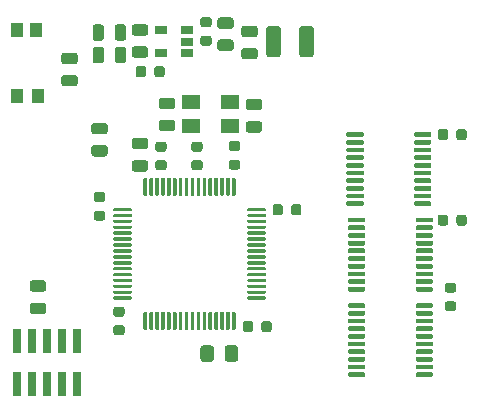
<source format=gbr>
%TF.GenerationSoftware,KiCad,Pcbnew,5.1.6-c6e7f7d~87~ubuntu20.04.1*%
%TF.CreationDate,2020-11-01T20:39:10-05:00*%
%TF.ProjectId,STM32 Driver v1,53544d33-3220-4447-9269-766572207631,rev?*%
%TF.SameCoordinates,Original*%
%TF.FileFunction,Paste,Top*%
%TF.FilePolarity,Positive*%
%FSLAX46Y46*%
G04 Gerber Fmt 4.6, Leading zero omitted, Abs format (unit mm)*
G04 Created by KiCad (PCBNEW 5.1.6-c6e7f7d~87~ubuntu20.04.1) date 2020-11-01 20:39:10*
%MOMM*%
%LPD*%
G01*
G04 APERTURE LIST*
%ADD10R,1.000000X1.200000*%
%ADD11R,0.750000X2.100000*%
%ADD12R,1.060000X0.650000*%
%ADD13R,1.600000X1.300000*%
G04 APERTURE END LIST*
D10*
%TO.C,SW1*%
X144614000Y-109480000D03*
X142914000Y-109480000D03*
X142914000Y-103880000D03*
X144514000Y-103880000D03*
%TD*%
%TO.C,R5*%
G36*
G01*
X146863750Y-107716500D02*
X147776250Y-107716500D01*
G75*
G02*
X148020000Y-107960250I0J-243750D01*
G01*
X148020000Y-108447750D01*
G75*
G02*
X147776250Y-108691500I-243750J0D01*
G01*
X146863750Y-108691500D01*
G75*
G02*
X146620000Y-108447750I0J243750D01*
G01*
X146620000Y-107960250D01*
G75*
G02*
X146863750Y-107716500I243750J0D01*
G01*
G37*
G36*
G01*
X146863750Y-105841500D02*
X147776250Y-105841500D01*
G75*
G02*
X148020000Y-106085250I0J-243750D01*
G01*
X148020000Y-106572750D01*
G75*
G02*
X147776250Y-106816500I-243750J0D01*
G01*
X146863750Y-106816500D01*
G75*
G02*
X146620000Y-106572750I0J243750D01*
G01*
X146620000Y-106085250D01*
G75*
G02*
X146863750Y-105841500I243750J0D01*
G01*
G37*
%TD*%
%TO.C,R4*%
G36*
G01*
X150316250Y-112755500D02*
X149403750Y-112755500D01*
G75*
G02*
X149160000Y-112511750I0J243750D01*
G01*
X149160000Y-112024250D01*
G75*
G02*
X149403750Y-111780500I243750J0D01*
G01*
X150316250Y-111780500D01*
G75*
G02*
X150560000Y-112024250I0J-243750D01*
G01*
X150560000Y-112511750D01*
G75*
G02*
X150316250Y-112755500I-243750J0D01*
G01*
G37*
G36*
G01*
X150316250Y-114630500D02*
X149403750Y-114630500D01*
G75*
G02*
X149160000Y-114386750I0J243750D01*
G01*
X149160000Y-113899250D01*
G75*
G02*
X149403750Y-113655500I243750J0D01*
G01*
X150316250Y-113655500D01*
G75*
G02*
X150560000Y-113899250I0J-243750D01*
G01*
X150560000Y-114386750D01*
G75*
G02*
X150316250Y-114630500I-243750J0D01*
G01*
G37*
%TD*%
%TO.C,R3*%
G36*
G01*
X160461000Y-131768001D02*
X160461000Y-130867999D01*
G75*
G02*
X160710999Y-130618000I249999J0D01*
G01*
X161361001Y-130618000D01*
G75*
G02*
X161611000Y-130867999I0J-249999D01*
G01*
X161611000Y-131768001D01*
G75*
G02*
X161361001Y-132018000I-249999J0D01*
G01*
X160710999Y-132018000D01*
G75*
G02*
X160461000Y-131768001I0J249999D01*
G01*
G37*
G36*
G01*
X158411000Y-131768001D02*
X158411000Y-130867999D01*
G75*
G02*
X158660999Y-130618000I249999J0D01*
G01*
X159311001Y-130618000D01*
G75*
G02*
X159561000Y-130867999I0J-249999D01*
G01*
X159561000Y-131768001D01*
G75*
G02*
X159311001Y-132018000I-249999J0D01*
G01*
X158660999Y-132018000D01*
G75*
G02*
X158411000Y-131768001I0J249999D01*
G01*
G37*
%TD*%
%TO.C,C16*%
G36*
G01*
X178505500Y-113032250D02*
X178505500Y-112519750D01*
G75*
G02*
X178724250Y-112301000I218750J0D01*
G01*
X179161750Y-112301000D01*
G75*
G02*
X179380500Y-112519750I0J-218750D01*
G01*
X179380500Y-113032250D01*
G75*
G02*
X179161750Y-113251000I-218750J0D01*
G01*
X178724250Y-113251000D01*
G75*
G02*
X178505500Y-113032250I0J218750D01*
G01*
G37*
G36*
G01*
X180080500Y-113032250D02*
X180080500Y-112519750D01*
G75*
G02*
X180299250Y-112301000I218750J0D01*
G01*
X180736750Y-112301000D01*
G75*
G02*
X180955500Y-112519750I0J-218750D01*
G01*
X180955500Y-113032250D01*
G75*
G02*
X180736750Y-113251000I-218750J0D01*
G01*
X180299250Y-113251000D01*
G75*
G02*
X180080500Y-113032250I0J218750D01*
G01*
G37*
%TD*%
%TO.C,U5*%
G36*
G01*
X170771000Y-112872000D02*
X170771000Y-112672000D01*
G75*
G02*
X170871000Y-112572000I100000J0D01*
G01*
X172146000Y-112572000D01*
G75*
G02*
X172246000Y-112672000I0J-100000D01*
G01*
X172246000Y-112872000D01*
G75*
G02*
X172146000Y-112972000I-100000J0D01*
G01*
X170871000Y-112972000D01*
G75*
G02*
X170771000Y-112872000I0J100000D01*
G01*
G37*
G36*
G01*
X170771000Y-113522000D02*
X170771000Y-113322000D01*
G75*
G02*
X170871000Y-113222000I100000J0D01*
G01*
X172146000Y-113222000D01*
G75*
G02*
X172246000Y-113322000I0J-100000D01*
G01*
X172246000Y-113522000D01*
G75*
G02*
X172146000Y-113622000I-100000J0D01*
G01*
X170871000Y-113622000D01*
G75*
G02*
X170771000Y-113522000I0J100000D01*
G01*
G37*
G36*
G01*
X170771000Y-114172000D02*
X170771000Y-113972000D01*
G75*
G02*
X170871000Y-113872000I100000J0D01*
G01*
X172146000Y-113872000D01*
G75*
G02*
X172246000Y-113972000I0J-100000D01*
G01*
X172246000Y-114172000D01*
G75*
G02*
X172146000Y-114272000I-100000J0D01*
G01*
X170871000Y-114272000D01*
G75*
G02*
X170771000Y-114172000I0J100000D01*
G01*
G37*
G36*
G01*
X170771000Y-114822000D02*
X170771000Y-114622000D01*
G75*
G02*
X170871000Y-114522000I100000J0D01*
G01*
X172146000Y-114522000D01*
G75*
G02*
X172246000Y-114622000I0J-100000D01*
G01*
X172246000Y-114822000D01*
G75*
G02*
X172146000Y-114922000I-100000J0D01*
G01*
X170871000Y-114922000D01*
G75*
G02*
X170771000Y-114822000I0J100000D01*
G01*
G37*
G36*
G01*
X170771000Y-115472000D02*
X170771000Y-115272000D01*
G75*
G02*
X170871000Y-115172000I100000J0D01*
G01*
X172146000Y-115172000D01*
G75*
G02*
X172246000Y-115272000I0J-100000D01*
G01*
X172246000Y-115472000D01*
G75*
G02*
X172146000Y-115572000I-100000J0D01*
G01*
X170871000Y-115572000D01*
G75*
G02*
X170771000Y-115472000I0J100000D01*
G01*
G37*
G36*
G01*
X170771000Y-116122000D02*
X170771000Y-115922000D01*
G75*
G02*
X170871000Y-115822000I100000J0D01*
G01*
X172146000Y-115822000D01*
G75*
G02*
X172246000Y-115922000I0J-100000D01*
G01*
X172246000Y-116122000D01*
G75*
G02*
X172146000Y-116222000I-100000J0D01*
G01*
X170871000Y-116222000D01*
G75*
G02*
X170771000Y-116122000I0J100000D01*
G01*
G37*
G36*
G01*
X170771000Y-116772000D02*
X170771000Y-116572000D01*
G75*
G02*
X170871000Y-116472000I100000J0D01*
G01*
X172146000Y-116472000D01*
G75*
G02*
X172246000Y-116572000I0J-100000D01*
G01*
X172246000Y-116772000D01*
G75*
G02*
X172146000Y-116872000I-100000J0D01*
G01*
X170871000Y-116872000D01*
G75*
G02*
X170771000Y-116772000I0J100000D01*
G01*
G37*
G36*
G01*
X170771000Y-117422000D02*
X170771000Y-117222000D01*
G75*
G02*
X170871000Y-117122000I100000J0D01*
G01*
X172146000Y-117122000D01*
G75*
G02*
X172246000Y-117222000I0J-100000D01*
G01*
X172246000Y-117422000D01*
G75*
G02*
X172146000Y-117522000I-100000J0D01*
G01*
X170871000Y-117522000D01*
G75*
G02*
X170771000Y-117422000I0J100000D01*
G01*
G37*
G36*
G01*
X170771000Y-118072000D02*
X170771000Y-117872000D01*
G75*
G02*
X170871000Y-117772000I100000J0D01*
G01*
X172146000Y-117772000D01*
G75*
G02*
X172246000Y-117872000I0J-100000D01*
G01*
X172246000Y-118072000D01*
G75*
G02*
X172146000Y-118172000I-100000J0D01*
G01*
X170871000Y-118172000D01*
G75*
G02*
X170771000Y-118072000I0J100000D01*
G01*
G37*
G36*
G01*
X170771000Y-118722000D02*
X170771000Y-118522000D01*
G75*
G02*
X170871000Y-118422000I100000J0D01*
G01*
X172146000Y-118422000D01*
G75*
G02*
X172246000Y-118522000I0J-100000D01*
G01*
X172246000Y-118722000D01*
G75*
G02*
X172146000Y-118822000I-100000J0D01*
G01*
X170871000Y-118822000D01*
G75*
G02*
X170771000Y-118722000I0J100000D01*
G01*
G37*
G36*
G01*
X176496000Y-118722000D02*
X176496000Y-118522000D01*
G75*
G02*
X176596000Y-118422000I100000J0D01*
G01*
X177871000Y-118422000D01*
G75*
G02*
X177971000Y-118522000I0J-100000D01*
G01*
X177971000Y-118722000D01*
G75*
G02*
X177871000Y-118822000I-100000J0D01*
G01*
X176596000Y-118822000D01*
G75*
G02*
X176496000Y-118722000I0J100000D01*
G01*
G37*
G36*
G01*
X176496000Y-118072000D02*
X176496000Y-117872000D01*
G75*
G02*
X176596000Y-117772000I100000J0D01*
G01*
X177871000Y-117772000D01*
G75*
G02*
X177971000Y-117872000I0J-100000D01*
G01*
X177971000Y-118072000D01*
G75*
G02*
X177871000Y-118172000I-100000J0D01*
G01*
X176596000Y-118172000D01*
G75*
G02*
X176496000Y-118072000I0J100000D01*
G01*
G37*
G36*
G01*
X176496000Y-117422000D02*
X176496000Y-117222000D01*
G75*
G02*
X176596000Y-117122000I100000J0D01*
G01*
X177871000Y-117122000D01*
G75*
G02*
X177971000Y-117222000I0J-100000D01*
G01*
X177971000Y-117422000D01*
G75*
G02*
X177871000Y-117522000I-100000J0D01*
G01*
X176596000Y-117522000D01*
G75*
G02*
X176496000Y-117422000I0J100000D01*
G01*
G37*
G36*
G01*
X176496000Y-116772000D02*
X176496000Y-116572000D01*
G75*
G02*
X176596000Y-116472000I100000J0D01*
G01*
X177871000Y-116472000D01*
G75*
G02*
X177971000Y-116572000I0J-100000D01*
G01*
X177971000Y-116772000D01*
G75*
G02*
X177871000Y-116872000I-100000J0D01*
G01*
X176596000Y-116872000D01*
G75*
G02*
X176496000Y-116772000I0J100000D01*
G01*
G37*
G36*
G01*
X176496000Y-116122000D02*
X176496000Y-115922000D01*
G75*
G02*
X176596000Y-115822000I100000J0D01*
G01*
X177871000Y-115822000D01*
G75*
G02*
X177971000Y-115922000I0J-100000D01*
G01*
X177971000Y-116122000D01*
G75*
G02*
X177871000Y-116222000I-100000J0D01*
G01*
X176596000Y-116222000D01*
G75*
G02*
X176496000Y-116122000I0J100000D01*
G01*
G37*
G36*
G01*
X176496000Y-115472000D02*
X176496000Y-115272000D01*
G75*
G02*
X176596000Y-115172000I100000J0D01*
G01*
X177871000Y-115172000D01*
G75*
G02*
X177971000Y-115272000I0J-100000D01*
G01*
X177971000Y-115472000D01*
G75*
G02*
X177871000Y-115572000I-100000J0D01*
G01*
X176596000Y-115572000D01*
G75*
G02*
X176496000Y-115472000I0J100000D01*
G01*
G37*
G36*
G01*
X176496000Y-114822000D02*
X176496000Y-114622000D01*
G75*
G02*
X176596000Y-114522000I100000J0D01*
G01*
X177871000Y-114522000D01*
G75*
G02*
X177971000Y-114622000I0J-100000D01*
G01*
X177971000Y-114822000D01*
G75*
G02*
X177871000Y-114922000I-100000J0D01*
G01*
X176596000Y-114922000D01*
G75*
G02*
X176496000Y-114822000I0J100000D01*
G01*
G37*
G36*
G01*
X176496000Y-114172000D02*
X176496000Y-113972000D01*
G75*
G02*
X176596000Y-113872000I100000J0D01*
G01*
X177871000Y-113872000D01*
G75*
G02*
X177971000Y-113972000I0J-100000D01*
G01*
X177971000Y-114172000D01*
G75*
G02*
X177871000Y-114272000I-100000J0D01*
G01*
X176596000Y-114272000D01*
G75*
G02*
X176496000Y-114172000I0J100000D01*
G01*
G37*
G36*
G01*
X176496000Y-113522000D02*
X176496000Y-113322000D01*
G75*
G02*
X176596000Y-113222000I100000J0D01*
G01*
X177871000Y-113222000D01*
G75*
G02*
X177971000Y-113322000I0J-100000D01*
G01*
X177971000Y-113522000D01*
G75*
G02*
X177871000Y-113622000I-100000J0D01*
G01*
X176596000Y-113622000D01*
G75*
G02*
X176496000Y-113522000I0J100000D01*
G01*
G37*
G36*
G01*
X176496000Y-112872000D02*
X176496000Y-112672000D01*
G75*
G02*
X176596000Y-112572000I100000J0D01*
G01*
X177871000Y-112572000D01*
G75*
G02*
X177971000Y-112672000I0J-100000D01*
G01*
X177971000Y-112872000D01*
G75*
G02*
X177871000Y-112972000I-100000J0D01*
G01*
X176596000Y-112972000D01*
G75*
G02*
X176496000Y-112872000I0J100000D01*
G01*
G37*
%TD*%
%TO.C,FB2*%
G36*
G01*
X162103750Y-105430500D02*
X163016250Y-105430500D01*
G75*
G02*
X163260000Y-105674250I0J-243750D01*
G01*
X163260000Y-106161750D01*
G75*
G02*
X163016250Y-106405500I-243750J0D01*
G01*
X162103750Y-106405500D01*
G75*
G02*
X161860000Y-106161750I0J243750D01*
G01*
X161860000Y-105674250D01*
G75*
G02*
X162103750Y-105430500I243750J0D01*
G01*
G37*
G36*
G01*
X162103750Y-103555500D02*
X163016250Y-103555500D01*
G75*
G02*
X163260000Y-103799250I0J-243750D01*
G01*
X163260000Y-104286750D01*
G75*
G02*
X163016250Y-104530500I-243750J0D01*
G01*
X162103750Y-104530500D01*
G75*
G02*
X161860000Y-104286750I0J243750D01*
G01*
X161860000Y-103799250D01*
G75*
G02*
X162103750Y-103555500I243750J0D01*
G01*
G37*
%TD*%
%TO.C,C1*%
G36*
G01*
X160984250Y-103817000D02*
X160071750Y-103817000D01*
G75*
G02*
X159828000Y-103573250I0J243750D01*
G01*
X159828000Y-103085750D01*
G75*
G02*
X160071750Y-102842000I243750J0D01*
G01*
X160984250Y-102842000D01*
G75*
G02*
X161228000Y-103085750I0J-243750D01*
G01*
X161228000Y-103573250D01*
G75*
G02*
X160984250Y-103817000I-243750J0D01*
G01*
G37*
G36*
G01*
X160984250Y-105692000D02*
X160071750Y-105692000D01*
G75*
G02*
X159828000Y-105448250I0J243750D01*
G01*
X159828000Y-104960750D01*
G75*
G02*
X160071750Y-104717000I243750J0D01*
G01*
X160984250Y-104717000D01*
G75*
G02*
X161228000Y-104960750I0J-243750D01*
G01*
X161228000Y-105448250D01*
G75*
G02*
X160984250Y-105692000I-243750J0D01*
G01*
G37*
%TD*%
%TO.C,C2*%
G36*
G01*
X159133250Y-103688500D02*
X158620750Y-103688500D01*
G75*
G02*
X158402000Y-103469750I0J218750D01*
G01*
X158402000Y-103032250D01*
G75*
G02*
X158620750Y-102813500I218750J0D01*
G01*
X159133250Y-102813500D01*
G75*
G02*
X159352000Y-103032250I0J-218750D01*
G01*
X159352000Y-103469750D01*
G75*
G02*
X159133250Y-103688500I-218750J0D01*
G01*
G37*
G36*
G01*
X159133250Y-105263500D02*
X158620750Y-105263500D01*
G75*
G02*
X158402000Y-105044750I0J218750D01*
G01*
X158402000Y-104607250D01*
G75*
G02*
X158620750Y-104388500I218750J0D01*
G01*
X159133250Y-104388500D01*
G75*
G02*
X159352000Y-104607250I0J-218750D01*
G01*
X159352000Y-105044750D01*
G75*
G02*
X159133250Y-105263500I-218750J0D01*
G01*
G37*
%TD*%
%TO.C,C3*%
G36*
G01*
X153745250Y-106278500D02*
X152832750Y-106278500D01*
G75*
G02*
X152589000Y-106034750I0J243750D01*
G01*
X152589000Y-105547250D01*
G75*
G02*
X152832750Y-105303500I243750J0D01*
G01*
X153745250Y-105303500D01*
G75*
G02*
X153989000Y-105547250I0J-243750D01*
G01*
X153989000Y-106034750D01*
G75*
G02*
X153745250Y-106278500I-243750J0D01*
G01*
G37*
G36*
G01*
X153745250Y-104403500D02*
X152832750Y-104403500D01*
G75*
G02*
X152589000Y-104159750I0J243750D01*
G01*
X152589000Y-103672250D01*
G75*
G02*
X152832750Y-103428500I243750J0D01*
G01*
X153745250Y-103428500D01*
G75*
G02*
X153989000Y-103672250I0J-243750D01*
G01*
X153989000Y-104159750D01*
G75*
G02*
X153745250Y-104403500I-243750J0D01*
G01*
G37*
%TD*%
%TO.C,C4*%
G36*
G01*
X152927500Y-107698250D02*
X152927500Y-107185750D01*
G75*
G02*
X153146250Y-106967000I218750J0D01*
G01*
X153583750Y-106967000D01*
G75*
G02*
X153802500Y-107185750I0J-218750D01*
G01*
X153802500Y-107698250D01*
G75*
G02*
X153583750Y-107917000I-218750J0D01*
G01*
X153146250Y-107917000D01*
G75*
G02*
X152927500Y-107698250I0J218750D01*
G01*
G37*
G36*
G01*
X154502500Y-107698250D02*
X154502500Y-107185750D01*
G75*
G02*
X154721250Y-106967000I218750J0D01*
G01*
X155158750Y-106967000D01*
G75*
G02*
X155377500Y-107185750I0J-218750D01*
G01*
X155377500Y-107698250D01*
G75*
G02*
X155158750Y-107917000I-218750J0D01*
G01*
X154721250Y-107917000D01*
G75*
G02*
X154502500Y-107698250I0J218750D01*
G01*
G37*
%TD*%
%TO.C,C5*%
G36*
G01*
X144196750Y-125115500D02*
X145109250Y-125115500D01*
G75*
G02*
X145353000Y-125359250I0J-243750D01*
G01*
X145353000Y-125846750D01*
G75*
G02*
X145109250Y-126090500I-243750J0D01*
G01*
X144196750Y-126090500D01*
G75*
G02*
X143953000Y-125846750I0J243750D01*
G01*
X143953000Y-125359250D01*
G75*
G02*
X144196750Y-125115500I243750J0D01*
G01*
G37*
G36*
G01*
X144196750Y-126990500D02*
X145109250Y-126990500D01*
G75*
G02*
X145353000Y-127234250I0J-243750D01*
G01*
X145353000Y-127721750D01*
G75*
G02*
X145109250Y-127965500I-243750J0D01*
G01*
X144196750Y-127965500D01*
G75*
G02*
X143953000Y-127721750I0J243750D01*
G01*
X143953000Y-127234250D01*
G75*
G02*
X144196750Y-126990500I243750J0D01*
G01*
G37*
%TD*%
%TO.C,C6*%
G36*
G01*
X155118750Y-109651500D02*
X156031250Y-109651500D01*
G75*
G02*
X156275000Y-109895250I0J-243750D01*
G01*
X156275000Y-110382750D01*
G75*
G02*
X156031250Y-110626500I-243750J0D01*
G01*
X155118750Y-110626500D01*
G75*
G02*
X154875000Y-110382750I0J243750D01*
G01*
X154875000Y-109895250D01*
G75*
G02*
X155118750Y-109651500I243750J0D01*
G01*
G37*
G36*
G01*
X155118750Y-111526500D02*
X156031250Y-111526500D01*
G75*
G02*
X156275000Y-111770250I0J-243750D01*
G01*
X156275000Y-112257750D01*
G75*
G02*
X156031250Y-112501500I-243750J0D01*
G01*
X155118750Y-112501500D01*
G75*
G02*
X154875000Y-112257750I0J243750D01*
G01*
X154875000Y-111770250D01*
G75*
G02*
X155118750Y-111526500I243750J0D01*
G01*
G37*
%TD*%
%TO.C,C7*%
G36*
G01*
X163397250Y-110723500D02*
X162484750Y-110723500D01*
G75*
G02*
X162241000Y-110479750I0J243750D01*
G01*
X162241000Y-109992250D01*
G75*
G02*
X162484750Y-109748500I243750J0D01*
G01*
X163397250Y-109748500D01*
G75*
G02*
X163641000Y-109992250I0J-243750D01*
G01*
X163641000Y-110479750D01*
G75*
G02*
X163397250Y-110723500I-243750J0D01*
G01*
G37*
G36*
G01*
X163397250Y-112598500D02*
X162484750Y-112598500D01*
G75*
G02*
X162241000Y-112354750I0J243750D01*
G01*
X162241000Y-111867250D01*
G75*
G02*
X162484750Y-111623500I243750J0D01*
G01*
X163397250Y-111623500D01*
G75*
G02*
X163641000Y-111867250I0J-243750D01*
G01*
X163641000Y-112354750D01*
G75*
G02*
X163397250Y-112598500I-243750J0D01*
G01*
G37*
%TD*%
%TO.C,C8*%
G36*
G01*
X151254750Y-128899500D02*
X151767250Y-128899500D01*
G75*
G02*
X151986000Y-129118250I0J-218750D01*
G01*
X151986000Y-129555750D01*
G75*
G02*
X151767250Y-129774500I-218750J0D01*
G01*
X151254750Y-129774500D01*
G75*
G02*
X151036000Y-129555750I0J218750D01*
G01*
X151036000Y-129118250D01*
G75*
G02*
X151254750Y-128899500I218750J0D01*
G01*
G37*
G36*
G01*
X151254750Y-127324500D02*
X151767250Y-127324500D01*
G75*
G02*
X151986000Y-127543250I0J-218750D01*
G01*
X151986000Y-127980750D01*
G75*
G02*
X151767250Y-128199500I-218750J0D01*
G01*
X151254750Y-128199500D01*
G75*
G02*
X151036000Y-127980750I0J218750D01*
G01*
X151036000Y-127543250D01*
G75*
G02*
X151254750Y-127324500I218750J0D01*
G01*
G37*
%TD*%
%TO.C,C9*%
G36*
G01*
X150116250Y-120071500D02*
X149603750Y-120071500D01*
G75*
G02*
X149385000Y-119852750I0J218750D01*
G01*
X149385000Y-119415250D01*
G75*
G02*
X149603750Y-119196500I218750J0D01*
G01*
X150116250Y-119196500D01*
G75*
G02*
X150335000Y-119415250I0J-218750D01*
G01*
X150335000Y-119852750D01*
G75*
G02*
X150116250Y-120071500I-218750J0D01*
G01*
G37*
G36*
G01*
X150116250Y-118496500D02*
X149603750Y-118496500D01*
G75*
G02*
X149385000Y-118277750I0J218750D01*
G01*
X149385000Y-117840250D01*
G75*
G02*
X149603750Y-117621500I218750J0D01*
G01*
X150116250Y-117621500D01*
G75*
G02*
X150335000Y-117840250I0J-218750D01*
G01*
X150335000Y-118277750D01*
G75*
G02*
X150116250Y-118496500I-218750J0D01*
G01*
G37*
%TD*%
%TO.C,C10*%
G36*
G01*
X166085000Y-119382250D02*
X166085000Y-118869750D01*
G75*
G02*
X166303750Y-118651000I218750J0D01*
G01*
X166741250Y-118651000D01*
G75*
G02*
X166960000Y-118869750I0J-218750D01*
G01*
X166960000Y-119382250D01*
G75*
G02*
X166741250Y-119601000I-218750J0D01*
G01*
X166303750Y-119601000D01*
G75*
G02*
X166085000Y-119382250I0J218750D01*
G01*
G37*
G36*
G01*
X164510000Y-119382250D02*
X164510000Y-118869750D01*
G75*
G02*
X164728750Y-118651000I218750J0D01*
G01*
X165166250Y-118651000D01*
G75*
G02*
X165385000Y-118869750I0J-218750D01*
G01*
X165385000Y-119382250D01*
G75*
G02*
X165166250Y-119601000I-218750J0D01*
G01*
X164728750Y-119601000D01*
G75*
G02*
X164510000Y-119382250I0J218750D01*
G01*
G37*
%TD*%
%TO.C,C11*%
G36*
G01*
X161546250Y-115753500D02*
X161033750Y-115753500D01*
G75*
G02*
X160815000Y-115534750I0J218750D01*
G01*
X160815000Y-115097250D01*
G75*
G02*
X161033750Y-114878500I218750J0D01*
G01*
X161546250Y-114878500D01*
G75*
G02*
X161765000Y-115097250I0J-218750D01*
G01*
X161765000Y-115534750D01*
G75*
G02*
X161546250Y-115753500I-218750J0D01*
G01*
G37*
G36*
G01*
X161546250Y-114178500D02*
X161033750Y-114178500D01*
G75*
G02*
X160815000Y-113959750I0J218750D01*
G01*
X160815000Y-113522250D01*
G75*
G02*
X161033750Y-113303500I218750J0D01*
G01*
X161546250Y-113303500D01*
G75*
G02*
X161765000Y-113522250I0J-218750D01*
G01*
X161765000Y-113959750D01*
G75*
G02*
X161546250Y-114178500I-218750J0D01*
G01*
G37*
%TD*%
%TO.C,C12*%
G36*
G01*
X163570500Y-129288250D02*
X163570500Y-128775750D01*
G75*
G02*
X163789250Y-128557000I218750J0D01*
G01*
X164226750Y-128557000D01*
G75*
G02*
X164445500Y-128775750I0J-218750D01*
G01*
X164445500Y-129288250D01*
G75*
G02*
X164226750Y-129507000I-218750J0D01*
G01*
X163789250Y-129507000D01*
G75*
G02*
X163570500Y-129288250I0J218750D01*
G01*
G37*
G36*
G01*
X161995500Y-129288250D02*
X161995500Y-128775750D01*
G75*
G02*
X162214250Y-128557000I218750J0D01*
G01*
X162651750Y-128557000D01*
G75*
G02*
X162870500Y-128775750I0J-218750D01*
G01*
X162870500Y-129288250D01*
G75*
G02*
X162651750Y-129507000I-218750J0D01*
G01*
X162214250Y-129507000D01*
G75*
G02*
X161995500Y-129288250I0J218750D01*
G01*
G37*
%TD*%
%TO.C,C13*%
G36*
G01*
X155323250Y-115804500D02*
X154810750Y-115804500D01*
G75*
G02*
X154592000Y-115585750I0J218750D01*
G01*
X154592000Y-115148250D01*
G75*
G02*
X154810750Y-114929500I218750J0D01*
G01*
X155323250Y-114929500D01*
G75*
G02*
X155542000Y-115148250I0J-218750D01*
G01*
X155542000Y-115585750D01*
G75*
G02*
X155323250Y-115804500I-218750J0D01*
G01*
G37*
G36*
G01*
X155323250Y-114229500D02*
X154810750Y-114229500D01*
G75*
G02*
X154592000Y-114010750I0J218750D01*
G01*
X154592000Y-113573250D01*
G75*
G02*
X154810750Y-113354500I218750J0D01*
G01*
X155323250Y-113354500D01*
G75*
G02*
X155542000Y-113573250I0J-218750D01*
G01*
X155542000Y-114010750D01*
G75*
G02*
X155323250Y-114229500I-218750J0D01*
G01*
G37*
%TD*%
%TO.C,C14*%
G36*
G01*
X180080500Y-120271250D02*
X180080500Y-119758750D01*
G75*
G02*
X180299250Y-119540000I218750J0D01*
G01*
X180736750Y-119540000D01*
G75*
G02*
X180955500Y-119758750I0J-218750D01*
G01*
X180955500Y-120271250D01*
G75*
G02*
X180736750Y-120490000I-218750J0D01*
G01*
X180299250Y-120490000D01*
G75*
G02*
X180080500Y-120271250I0J218750D01*
G01*
G37*
G36*
G01*
X178505500Y-120271250D02*
X178505500Y-119758750D01*
G75*
G02*
X178724250Y-119540000I218750J0D01*
G01*
X179161750Y-119540000D01*
G75*
G02*
X179380500Y-119758750I0J-218750D01*
G01*
X179380500Y-120271250D01*
G75*
G02*
X179161750Y-120490000I-218750J0D01*
G01*
X178724250Y-120490000D01*
G75*
G02*
X178505500Y-120271250I0J218750D01*
G01*
G37*
%TD*%
%TO.C,C15*%
G36*
G01*
X179834250Y-127742500D02*
X179321750Y-127742500D01*
G75*
G02*
X179103000Y-127523750I0J218750D01*
G01*
X179103000Y-127086250D01*
G75*
G02*
X179321750Y-126867500I218750J0D01*
G01*
X179834250Y-126867500D01*
G75*
G02*
X180053000Y-127086250I0J-218750D01*
G01*
X180053000Y-127523750D01*
G75*
G02*
X179834250Y-127742500I-218750J0D01*
G01*
G37*
G36*
G01*
X179834250Y-126167500D02*
X179321750Y-126167500D01*
G75*
G02*
X179103000Y-125948750I0J218750D01*
G01*
X179103000Y-125511250D01*
G75*
G02*
X179321750Y-125292500I218750J0D01*
G01*
X179834250Y-125292500D01*
G75*
G02*
X180053000Y-125511250I0J-218750D01*
G01*
X180053000Y-125948750D01*
G75*
G02*
X179834250Y-126167500I-218750J0D01*
G01*
G37*
%TD*%
%TO.C,D1*%
G36*
G01*
X149275500Y-106501250D02*
X149275500Y-105588750D01*
G75*
G02*
X149519250Y-105345000I243750J0D01*
G01*
X150006750Y-105345000D01*
G75*
G02*
X150250500Y-105588750I0J-243750D01*
G01*
X150250500Y-106501250D01*
G75*
G02*
X150006750Y-106745000I-243750J0D01*
G01*
X149519250Y-106745000D01*
G75*
G02*
X149275500Y-106501250I0J243750D01*
G01*
G37*
G36*
G01*
X151150500Y-106501250D02*
X151150500Y-105588750D01*
G75*
G02*
X151394250Y-105345000I243750J0D01*
G01*
X151881750Y-105345000D01*
G75*
G02*
X152125500Y-105588750I0J-243750D01*
G01*
X152125500Y-106501250D01*
G75*
G02*
X151881750Y-106745000I-243750J0D01*
G01*
X151394250Y-106745000D01*
G75*
G02*
X151150500Y-106501250I0J243750D01*
G01*
G37*
%TD*%
%TO.C,F1*%
G36*
G01*
X163967000Y-105977000D02*
X163967000Y-103827000D01*
G75*
G02*
X164217000Y-103577000I250000J0D01*
G01*
X164967000Y-103577000D01*
G75*
G02*
X165217000Y-103827000I0J-250000D01*
G01*
X165217000Y-105977000D01*
G75*
G02*
X164967000Y-106227000I-250000J0D01*
G01*
X164217000Y-106227000D01*
G75*
G02*
X163967000Y-105977000I0J250000D01*
G01*
G37*
G36*
G01*
X166767000Y-105977000D02*
X166767000Y-103827000D01*
G75*
G02*
X167017000Y-103577000I250000J0D01*
G01*
X167767000Y-103577000D01*
G75*
G02*
X168017000Y-103827000I0J-250000D01*
G01*
X168017000Y-105977000D01*
G75*
G02*
X167767000Y-106227000I-250000J0D01*
G01*
X167017000Y-106227000D01*
G75*
G02*
X166767000Y-105977000I0J250000D01*
G01*
G37*
%TD*%
%TO.C,FB1*%
G36*
G01*
X153745250Y-115900500D02*
X152832750Y-115900500D01*
G75*
G02*
X152589000Y-115656750I0J243750D01*
G01*
X152589000Y-115169250D01*
G75*
G02*
X152832750Y-114925500I243750J0D01*
G01*
X153745250Y-114925500D01*
G75*
G02*
X153989000Y-115169250I0J-243750D01*
G01*
X153989000Y-115656750D01*
G75*
G02*
X153745250Y-115900500I-243750J0D01*
G01*
G37*
G36*
G01*
X153745250Y-114025500D02*
X152832750Y-114025500D01*
G75*
G02*
X152589000Y-113781750I0J243750D01*
G01*
X152589000Y-113294250D01*
G75*
G02*
X152832750Y-113050500I243750J0D01*
G01*
X153745250Y-113050500D01*
G75*
G02*
X153989000Y-113294250I0J-243750D01*
G01*
X153989000Y-113781750D01*
G75*
G02*
X153745250Y-114025500I-243750J0D01*
G01*
G37*
%TD*%
D11*
%TO.C,J1*%
X142875000Y-130280000D03*
X142875000Y-133880000D03*
X144145000Y-130280000D03*
X144145000Y-133880000D03*
X145415000Y-130280000D03*
X145415000Y-133880000D03*
X146685000Y-130280000D03*
X146685000Y-133880000D03*
X147955000Y-130280000D03*
X147955000Y-133880000D03*
%TD*%
%TO.C,R1*%
G36*
G01*
X157858750Y-113354500D02*
X158371250Y-113354500D01*
G75*
G02*
X158590000Y-113573250I0J-218750D01*
G01*
X158590000Y-114010750D01*
G75*
G02*
X158371250Y-114229500I-218750J0D01*
G01*
X157858750Y-114229500D01*
G75*
G02*
X157640000Y-114010750I0J218750D01*
G01*
X157640000Y-113573250D01*
G75*
G02*
X157858750Y-113354500I218750J0D01*
G01*
G37*
G36*
G01*
X157858750Y-114929500D02*
X158371250Y-114929500D01*
G75*
G02*
X158590000Y-115148250I0J-218750D01*
G01*
X158590000Y-115585750D01*
G75*
G02*
X158371250Y-115804500I-218750J0D01*
G01*
X157858750Y-115804500D01*
G75*
G02*
X157640000Y-115585750I0J218750D01*
G01*
X157640000Y-115148250D01*
G75*
G02*
X157858750Y-114929500I218750J0D01*
G01*
G37*
%TD*%
%TO.C,R2*%
G36*
G01*
X149275500Y-104596250D02*
X149275500Y-103683750D01*
G75*
G02*
X149519250Y-103440000I243750J0D01*
G01*
X150006750Y-103440000D01*
G75*
G02*
X150250500Y-103683750I0J-243750D01*
G01*
X150250500Y-104596250D01*
G75*
G02*
X150006750Y-104840000I-243750J0D01*
G01*
X149519250Y-104840000D01*
G75*
G02*
X149275500Y-104596250I0J243750D01*
G01*
G37*
G36*
G01*
X151150500Y-104596250D02*
X151150500Y-103683750D01*
G75*
G02*
X151394250Y-103440000I243750J0D01*
G01*
X151881750Y-103440000D01*
G75*
G02*
X152125500Y-103683750I0J-243750D01*
G01*
X152125500Y-104596250D01*
G75*
G02*
X151881750Y-104840000I-243750J0D01*
G01*
X151394250Y-104840000D01*
G75*
G02*
X151150500Y-104596250I0J243750D01*
G01*
G37*
%TD*%
D12*
%TO.C,U1*%
X157310000Y-105852000D03*
X157310000Y-104902000D03*
X157310000Y-103952000D03*
X155110000Y-103952000D03*
X155110000Y-105852000D03*
%TD*%
%TO.C,U2*%
G36*
G01*
X161160999Y-116421001D02*
X161310999Y-116421001D01*
G75*
G02*
X161385999Y-116496001I0J-75000D01*
G01*
X161385999Y-117896001D01*
G75*
G02*
X161310999Y-117971001I-75000J0D01*
G01*
X161160999Y-117971001D01*
G75*
G02*
X161085999Y-117896001I0J75000D01*
G01*
X161085999Y-116496001D01*
G75*
G02*
X161160999Y-116421001I75000J0D01*
G01*
G37*
G36*
G01*
X160660999Y-116421001D02*
X160810999Y-116421001D01*
G75*
G02*
X160885999Y-116496001I0J-75000D01*
G01*
X160885999Y-117896001D01*
G75*
G02*
X160810999Y-117971001I-75000J0D01*
G01*
X160660999Y-117971001D01*
G75*
G02*
X160585999Y-117896001I0J75000D01*
G01*
X160585999Y-116496001D01*
G75*
G02*
X160660999Y-116421001I75000J0D01*
G01*
G37*
G36*
G01*
X160160999Y-116421001D02*
X160310999Y-116421001D01*
G75*
G02*
X160385999Y-116496001I0J-75000D01*
G01*
X160385999Y-117896001D01*
G75*
G02*
X160310999Y-117971001I-75000J0D01*
G01*
X160160999Y-117971001D01*
G75*
G02*
X160085999Y-117896001I0J75000D01*
G01*
X160085999Y-116496001D01*
G75*
G02*
X160160999Y-116421001I75000J0D01*
G01*
G37*
G36*
G01*
X159660999Y-116421001D02*
X159810999Y-116421001D01*
G75*
G02*
X159885999Y-116496001I0J-75000D01*
G01*
X159885999Y-117896001D01*
G75*
G02*
X159810999Y-117971001I-75000J0D01*
G01*
X159660999Y-117971001D01*
G75*
G02*
X159585999Y-117896001I0J75000D01*
G01*
X159585999Y-116496001D01*
G75*
G02*
X159660999Y-116421001I75000J0D01*
G01*
G37*
G36*
G01*
X159160999Y-116421001D02*
X159310999Y-116421001D01*
G75*
G02*
X159385999Y-116496001I0J-75000D01*
G01*
X159385999Y-117896001D01*
G75*
G02*
X159310999Y-117971001I-75000J0D01*
G01*
X159160999Y-117971001D01*
G75*
G02*
X159085999Y-117896001I0J75000D01*
G01*
X159085999Y-116496001D01*
G75*
G02*
X159160999Y-116421001I75000J0D01*
G01*
G37*
G36*
G01*
X158660999Y-116421001D02*
X158810999Y-116421001D01*
G75*
G02*
X158885999Y-116496001I0J-75000D01*
G01*
X158885999Y-117896001D01*
G75*
G02*
X158810999Y-117971001I-75000J0D01*
G01*
X158660999Y-117971001D01*
G75*
G02*
X158585999Y-117896001I0J75000D01*
G01*
X158585999Y-116496001D01*
G75*
G02*
X158660999Y-116421001I75000J0D01*
G01*
G37*
G36*
G01*
X158160999Y-116421001D02*
X158310999Y-116421001D01*
G75*
G02*
X158385999Y-116496001I0J-75000D01*
G01*
X158385999Y-117896001D01*
G75*
G02*
X158310999Y-117971001I-75000J0D01*
G01*
X158160999Y-117971001D01*
G75*
G02*
X158085999Y-117896001I0J75000D01*
G01*
X158085999Y-116496001D01*
G75*
G02*
X158160999Y-116421001I75000J0D01*
G01*
G37*
G36*
G01*
X157660999Y-116421001D02*
X157810999Y-116421001D01*
G75*
G02*
X157885999Y-116496001I0J-75000D01*
G01*
X157885999Y-117896001D01*
G75*
G02*
X157810999Y-117971001I-75000J0D01*
G01*
X157660999Y-117971001D01*
G75*
G02*
X157585999Y-117896001I0J75000D01*
G01*
X157585999Y-116496001D01*
G75*
G02*
X157660999Y-116421001I75000J0D01*
G01*
G37*
G36*
G01*
X157160999Y-116421001D02*
X157310999Y-116421001D01*
G75*
G02*
X157385999Y-116496001I0J-75000D01*
G01*
X157385999Y-117896001D01*
G75*
G02*
X157310999Y-117971001I-75000J0D01*
G01*
X157160999Y-117971001D01*
G75*
G02*
X157085999Y-117896001I0J75000D01*
G01*
X157085999Y-116496001D01*
G75*
G02*
X157160999Y-116421001I75000J0D01*
G01*
G37*
G36*
G01*
X156660999Y-116421001D02*
X156810999Y-116421001D01*
G75*
G02*
X156885999Y-116496001I0J-75000D01*
G01*
X156885999Y-117896001D01*
G75*
G02*
X156810999Y-117971001I-75000J0D01*
G01*
X156660999Y-117971001D01*
G75*
G02*
X156585999Y-117896001I0J75000D01*
G01*
X156585999Y-116496001D01*
G75*
G02*
X156660999Y-116421001I75000J0D01*
G01*
G37*
G36*
G01*
X156160999Y-116421001D02*
X156310999Y-116421001D01*
G75*
G02*
X156385999Y-116496001I0J-75000D01*
G01*
X156385999Y-117896001D01*
G75*
G02*
X156310999Y-117971001I-75000J0D01*
G01*
X156160999Y-117971001D01*
G75*
G02*
X156085999Y-117896001I0J75000D01*
G01*
X156085999Y-116496001D01*
G75*
G02*
X156160999Y-116421001I75000J0D01*
G01*
G37*
G36*
G01*
X155660999Y-116421001D02*
X155810999Y-116421001D01*
G75*
G02*
X155885999Y-116496001I0J-75000D01*
G01*
X155885999Y-117896001D01*
G75*
G02*
X155810999Y-117971001I-75000J0D01*
G01*
X155660999Y-117971001D01*
G75*
G02*
X155585999Y-117896001I0J75000D01*
G01*
X155585999Y-116496001D01*
G75*
G02*
X155660999Y-116421001I75000J0D01*
G01*
G37*
G36*
G01*
X155160999Y-116421001D02*
X155310999Y-116421001D01*
G75*
G02*
X155385999Y-116496001I0J-75000D01*
G01*
X155385999Y-117896001D01*
G75*
G02*
X155310999Y-117971001I-75000J0D01*
G01*
X155160999Y-117971001D01*
G75*
G02*
X155085999Y-117896001I0J75000D01*
G01*
X155085999Y-116496001D01*
G75*
G02*
X155160999Y-116421001I75000J0D01*
G01*
G37*
G36*
G01*
X154660999Y-116421001D02*
X154810999Y-116421001D01*
G75*
G02*
X154885999Y-116496001I0J-75000D01*
G01*
X154885999Y-117896001D01*
G75*
G02*
X154810999Y-117971001I-75000J0D01*
G01*
X154660999Y-117971001D01*
G75*
G02*
X154585999Y-117896001I0J75000D01*
G01*
X154585999Y-116496001D01*
G75*
G02*
X154660999Y-116421001I75000J0D01*
G01*
G37*
G36*
G01*
X154160999Y-116421001D02*
X154310999Y-116421001D01*
G75*
G02*
X154385999Y-116496001I0J-75000D01*
G01*
X154385999Y-117896001D01*
G75*
G02*
X154310999Y-117971001I-75000J0D01*
G01*
X154160999Y-117971001D01*
G75*
G02*
X154085999Y-117896001I0J75000D01*
G01*
X154085999Y-116496001D01*
G75*
G02*
X154160999Y-116421001I75000J0D01*
G01*
G37*
G36*
G01*
X153660999Y-116421001D02*
X153810999Y-116421001D01*
G75*
G02*
X153885999Y-116496001I0J-75000D01*
G01*
X153885999Y-117896001D01*
G75*
G02*
X153810999Y-117971001I-75000J0D01*
G01*
X153660999Y-117971001D01*
G75*
G02*
X153585999Y-117896001I0J75000D01*
G01*
X153585999Y-116496001D01*
G75*
G02*
X153660999Y-116421001I75000J0D01*
G01*
G37*
G36*
G01*
X151110999Y-118971001D02*
X152510999Y-118971001D01*
G75*
G02*
X152585999Y-119046001I0J-75000D01*
G01*
X152585999Y-119196001D01*
G75*
G02*
X152510999Y-119271001I-75000J0D01*
G01*
X151110999Y-119271001D01*
G75*
G02*
X151035999Y-119196001I0J75000D01*
G01*
X151035999Y-119046001D01*
G75*
G02*
X151110999Y-118971001I75000J0D01*
G01*
G37*
G36*
G01*
X151110999Y-119471001D02*
X152510999Y-119471001D01*
G75*
G02*
X152585999Y-119546001I0J-75000D01*
G01*
X152585999Y-119696001D01*
G75*
G02*
X152510999Y-119771001I-75000J0D01*
G01*
X151110999Y-119771001D01*
G75*
G02*
X151035999Y-119696001I0J75000D01*
G01*
X151035999Y-119546001D01*
G75*
G02*
X151110999Y-119471001I75000J0D01*
G01*
G37*
G36*
G01*
X151110999Y-119971001D02*
X152510999Y-119971001D01*
G75*
G02*
X152585999Y-120046001I0J-75000D01*
G01*
X152585999Y-120196001D01*
G75*
G02*
X152510999Y-120271001I-75000J0D01*
G01*
X151110999Y-120271001D01*
G75*
G02*
X151035999Y-120196001I0J75000D01*
G01*
X151035999Y-120046001D01*
G75*
G02*
X151110999Y-119971001I75000J0D01*
G01*
G37*
G36*
G01*
X151110999Y-120471001D02*
X152510999Y-120471001D01*
G75*
G02*
X152585999Y-120546001I0J-75000D01*
G01*
X152585999Y-120696001D01*
G75*
G02*
X152510999Y-120771001I-75000J0D01*
G01*
X151110999Y-120771001D01*
G75*
G02*
X151035999Y-120696001I0J75000D01*
G01*
X151035999Y-120546001D01*
G75*
G02*
X151110999Y-120471001I75000J0D01*
G01*
G37*
G36*
G01*
X151110999Y-120971001D02*
X152510999Y-120971001D01*
G75*
G02*
X152585999Y-121046001I0J-75000D01*
G01*
X152585999Y-121196001D01*
G75*
G02*
X152510999Y-121271001I-75000J0D01*
G01*
X151110999Y-121271001D01*
G75*
G02*
X151035999Y-121196001I0J75000D01*
G01*
X151035999Y-121046001D01*
G75*
G02*
X151110999Y-120971001I75000J0D01*
G01*
G37*
G36*
G01*
X151110999Y-121471001D02*
X152510999Y-121471001D01*
G75*
G02*
X152585999Y-121546001I0J-75000D01*
G01*
X152585999Y-121696001D01*
G75*
G02*
X152510999Y-121771001I-75000J0D01*
G01*
X151110999Y-121771001D01*
G75*
G02*
X151035999Y-121696001I0J75000D01*
G01*
X151035999Y-121546001D01*
G75*
G02*
X151110999Y-121471001I75000J0D01*
G01*
G37*
G36*
G01*
X151110999Y-121971001D02*
X152510999Y-121971001D01*
G75*
G02*
X152585999Y-122046001I0J-75000D01*
G01*
X152585999Y-122196001D01*
G75*
G02*
X152510999Y-122271001I-75000J0D01*
G01*
X151110999Y-122271001D01*
G75*
G02*
X151035999Y-122196001I0J75000D01*
G01*
X151035999Y-122046001D01*
G75*
G02*
X151110999Y-121971001I75000J0D01*
G01*
G37*
G36*
G01*
X151110999Y-122471001D02*
X152510999Y-122471001D01*
G75*
G02*
X152585999Y-122546001I0J-75000D01*
G01*
X152585999Y-122696001D01*
G75*
G02*
X152510999Y-122771001I-75000J0D01*
G01*
X151110999Y-122771001D01*
G75*
G02*
X151035999Y-122696001I0J75000D01*
G01*
X151035999Y-122546001D01*
G75*
G02*
X151110999Y-122471001I75000J0D01*
G01*
G37*
G36*
G01*
X151110999Y-122971001D02*
X152510999Y-122971001D01*
G75*
G02*
X152585999Y-123046001I0J-75000D01*
G01*
X152585999Y-123196001D01*
G75*
G02*
X152510999Y-123271001I-75000J0D01*
G01*
X151110999Y-123271001D01*
G75*
G02*
X151035999Y-123196001I0J75000D01*
G01*
X151035999Y-123046001D01*
G75*
G02*
X151110999Y-122971001I75000J0D01*
G01*
G37*
G36*
G01*
X151110999Y-123471001D02*
X152510999Y-123471001D01*
G75*
G02*
X152585999Y-123546001I0J-75000D01*
G01*
X152585999Y-123696001D01*
G75*
G02*
X152510999Y-123771001I-75000J0D01*
G01*
X151110999Y-123771001D01*
G75*
G02*
X151035999Y-123696001I0J75000D01*
G01*
X151035999Y-123546001D01*
G75*
G02*
X151110999Y-123471001I75000J0D01*
G01*
G37*
G36*
G01*
X151110999Y-123971001D02*
X152510999Y-123971001D01*
G75*
G02*
X152585999Y-124046001I0J-75000D01*
G01*
X152585999Y-124196001D01*
G75*
G02*
X152510999Y-124271001I-75000J0D01*
G01*
X151110999Y-124271001D01*
G75*
G02*
X151035999Y-124196001I0J75000D01*
G01*
X151035999Y-124046001D01*
G75*
G02*
X151110999Y-123971001I75000J0D01*
G01*
G37*
G36*
G01*
X151110999Y-124471001D02*
X152510999Y-124471001D01*
G75*
G02*
X152585999Y-124546001I0J-75000D01*
G01*
X152585999Y-124696001D01*
G75*
G02*
X152510999Y-124771001I-75000J0D01*
G01*
X151110999Y-124771001D01*
G75*
G02*
X151035999Y-124696001I0J75000D01*
G01*
X151035999Y-124546001D01*
G75*
G02*
X151110999Y-124471001I75000J0D01*
G01*
G37*
G36*
G01*
X151110999Y-124971001D02*
X152510999Y-124971001D01*
G75*
G02*
X152585999Y-125046001I0J-75000D01*
G01*
X152585999Y-125196001D01*
G75*
G02*
X152510999Y-125271001I-75000J0D01*
G01*
X151110999Y-125271001D01*
G75*
G02*
X151035999Y-125196001I0J75000D01*
G01*
X151035999Y-125046001D01*
G75*
G02*
X151110999Y-124971001I75000J0D01*
G01*
G37*
G36*
G01*
X151110999Y-125471001D02*
X152510999Y-125471001D01*
G75*
G02*
X152585999Y-125546001I0J-75000D01*
G01*
X152585999Y-125696001D01*
G75*
G02*
X152510999Y-125771001I-75000J0D01*
G01*
X151110999Y-125771001D01*
G75*
G02*
X151035999Y-125696001I0J75000D01*
G01*
X151035999Y-125546001D01*
G75*
G02*
X151110999Y-125471001I75000J0D01*
G01*
G37*
G36*
G01*
X151110999Y-125971001D02*
X152510999Y-125971001D01*
G75*
G02*
X152585999Y-126046001I0J-75000D01*
G01*
X152585999Y-126196001D01*
G75*
G02*
X152510999Y-126271001I-75000J0D01*
G01*
X151110999Y-126271001D01*
G75*
G02*
X151035999Y-126196001I0J75000D01*
G01*
X151035999Y-126046001D01*
G75*
G02*
X151110999Y-125971001I75000J0D01*
G01*
G37*
G36*
G01*
X151110999Y-126471001D02*
X152510999Y-126471001D01*
G75*
G02*
X152585999Y-126546001I0J-75000D01*
G01*
X152585999Y-126696001D01*
G75*
G02*
X152510999Y-126771001I-75000J0D01*
G01*
X151110999Y-126771001D01*
G75*
G02*
X151035999Y-126696001I0J75000D01*
G01*
X151035999Y-126546001D01*
G75*
G02*
X151110999Y-126471001I75000J0D01*
G01*
G37*
G36*
G01*
X153660999Y-127771001D02*
X153810999Y-127771001D01*
G75*
G02*
X153885999Y-127846001I0J-75000D01*
G01*
X153885999Y-129246001D01*
G75*
G02*
X153810999Y-129321001I-75000J0D01*
G01*
X153660999Y-129321001D01*
G75*
G02*
X153585999Y-129246001I0J75000D01*
G01*
X153585999Y-127846001D01*
G75*
G02*
X153660999Y-127771001I75000J0D01*
G01*
G37*
G36*
G01*
X154160999Y-127771001D02*
X154310999Y-127771001D01*
G75*
G02*
X154385999Y-127846001I0J-75000D01*
G01*
X154385999Y-129246001D01*
G75*
G02*
X154310999Y-129321001I-75000J0D01*
G01*
X154160999Y-129321001D01*
G75*
G02*
X154085999Y-129246001I0J75000D01*
G01*
X154085999Y-127846001D01*
G75*
G02*
X154160999Y-127771001I75000J0D01*
G01*
G37*
G36*
G01*
X154660999Y-127771001D02*
X154810999Y-127771001D01*
G75*
G02*
X154885999Y-127846001I0J-75000D01*
G01*
X154885999Y-129246001D01*
G75*
G02*
X154810999Y-129321001I-75000J0D01*
G01*
X154660999Y-129321001D01*
G75*
G02*
X154585999Y-129246001I0J75000D01*
G01*
X154585999Y-127846001D01*
G75*
G02*
X154660999Y-127771001I75000J0D01*
G01*
G37*
G36*
G01*
X155160999Y-127771001D02*
X155310999Y-127771001D01*
G75*
G02*
X155385999Y-127846001I0J-75000D01*
G01*
X155385999Y-129246001D01*
G75*
G02*
X155310999Y-129321001I-75000J0D01*
G01*
X155160999Y-129321001D01*
G75*
G02*
X155085999Y-129246001I0J75000D01*
G01*
X155085999Y-127846001D01*
G75*
G02*
X155160999Y-127771001I75000J0D01*
G01*
G37*
G36*
G01*
X155660999Y-127771001D02*
X155810999Y-127771001D01*
G75*
G02*
X155885999Y-127846001I0J-75000D01*
G01*
X155885999Y-129246001D01*
G75*
G02*
X155810999Y-129321001I-75000J0D01*
G01*
X155660999Y-129321001D01*
G75*
G02*
X155585999Y-129246001I0J75000D01*
G01*
X155585999Y-127846001D01*
G75*
G02*
X155660999Y-127771001I75000J0D01*
G01*
G37*
G36*
G01*
X156160999Y-127771001D02*
X156310999Y-127771001D01*
G75*
G02*
X156385999Y-127846001I0J-75000D01*
G01*
X156385999Y-129246001D01*
G75*
G02*
X156310999Y-129321001I-75000J0D01*
G01*
X156160999Y-129321001D01*
G75*
G02*
X156085999Y-129246001I0J75000D01*
G01*
X156085999Y-127846001D01*
G75*
G02*
X156160999Y-127771001I75000J0D01*
G01*
G37*
G36*
G01*
X156660999Y-127771001D02*
X156810999Y-127771001D01*
G75*
G02*
X156885999Y-127846001I0J-75000D01*
G01*
X156885999Y-129246001D01*
G75*
G02*
X156810999Y-129321001I-75000J0D01*
G01*
X156660999Y-129321001D01*
G75*
G02*
X156585999Y-129246001I0J75000D01*
G01*
X156585999Y-127846001D01*
G75*
G02*
X156660999Y-127771001I75000J0D01*
G01*
G37*
G36*
G01*
X157160999Y-127771001D02*
X157310999Y-127771001D01*
G75*
G02*
X157385999Y-127846001I0J-75000D01*
G01*
X157385999Y-129246001D01*
G75*
G02*
X157310999Y-129321001I-75000J0D01*
G01*
X157160999Y-129321001D01*
G75*
G02*
X157085999Y-129246001I0J75000D01*
G01*
X157085999Y-127846001D01*
G75*
G02*
X157160999Y-127771001I75000J0D01*
G01*
G37*
G36*
G01*
X157660999Y-127771001D02*
X157810999Y-127771001D01*
G75*
G02*
X157885999Y-127846001I0J-75000D01*
G01*
X157885999Y-129246001D01*
G75*
G02*
X157810999Y-129321001I-75000J0D01*
G01*
X157660999Y-129321001D01*
G75*
G02*
X157585999Y-129246001I0J75000D01*
G01*
X157585999Y-127846001D01*
G75*
G02*
X157660999Y-127771001I75000J0D01*
G01*
G37*
G36*
G01*
X158160999Y-127771001D02*
X158310999Y-127771001D01*
G75*
G02*
X158385999Y-127846001I0J-75000D01*
G01*
X158385999Y-129246001D01*
G75*
G02*
X158310999Y-129321001I-75000J0D01*
G01*
X158160999Y-129321001D01*
G75*
G02*
X158085999Y-129246001I0J75000D01*
G01*
X158085999Y-127846001D01*
G75*
G02*
X158160999Y-127771001I75000J0D01*
G01*
G37*
G36*
G01*
X158660999Y-127771001D02*
X158810999Y-127771001D01*
G75*
G02*
X158885999Y-127846001I0J-75000D01*
G01*
X158885999Y-129246001D01*
G75*
G02*
X158810999Y-129321001I-75000J0D01*
G01*
X158660999Y-129321001D01*
G75*
G02*
X158585999Y-129246001I0J75000D01*
G01*
X158585999Y-127846001D01*
G75*
G02*
X158660999Y-127771001I75000J0D01*
G01*
G37*
G36*
G01*
X159160999Y-127771001D02*
X159310999Y-127771001D01*
G75*
G02*
X159385999Y-127846001I0J-75000D01*
G01*
X159385999Y-129246001D01*
G75*
G02*
X159310999Y-129321001I-75000J0D01*
G01*
X159160999Y-129321001D01*
G75*
G02*
X159085999Y-129246001I0J75000D01*
G01*
X159085999Y-127846001D01*
G75*
G02*
X159160999Y-127771001I75000J0D01*
G01*
G37*
G36*
G01*
X159660999Y-127771001D02*
X159810999Y-127771001D01*
G75*
G02*
X159885999Y-127846001I0J-75000D01*
G01*
X159885999Y-129246001D01*
G75*
G02*
X159810999Y-129321001I-75000J0D01*
G01*
X159660999Y-129321001D01*
G75*
G02*
X159585999Y-129246001I0J75000D01*
G01*
X159585999Y-127846001D01*
G75*
G02*
X159660999Y-127771001I75000J0D01*
G01*
G37*
G36*
G01*
X160160999Y-127771001D02*
X160310999Y-127771001D01*
G75*
G02*
X160385999Y-127846001I0J-75000D01*
G01*
X160385999Y-129246001D01*
G75*
G02*
X160310999Y-129321001I-75000J0D01*
G01*
X160160999Y-129321001D01*
G75*
G02*
X160085999Y-129246001I0J75000D01*
G01*
X160085999Y-127846001D01*
G75*
G02*
X160160999Y-127771001I75000J0D01*
G01*
G37*
G36*
G01*
X160660999Y-127771001D02*
X160810999Y-127771001D01*
G75*
G02*
X160885999Y-127846001I0J-75000D01*
G01*
X160885999Y-129246001D01*
G75*
G02*
X160810999Y-129321001I-75000J0D01*
G01*
X160660999Y-129321001D01*
G75*
G02*
X160585999Y-129246001I0J75000D01*
G01*
X160585999Y-127846001D01*
G75*
G02*
X160660999Y-127771001I75000J0D01*
G01*
G37*
G36*
G01*
X161160999Y-127771001D02*
X161310999Y-127771001D01*
G75*
G02*
X161385999Y-127846001I0J-75000D01*
G01*
X161385999Y-129246001D01*
G75*
G02*
X161310999Y-129321001I-75000J0D01*
G01*
X161160999Y-129321001D01*
G75*
G02*
X161085999Y-129246001I0J75000D01*
G01*
X161085999Y-127846001D01*
G75*
G02*
X161160999Y-127771001I75000J0D01*
G01*
G37*
G36*
G01*
X162460999Y-126471001D02*
X163860999Y-126471001D01*
G75*
G02*
X163935999Y-126546001I0J-75000D01*
G01*
X163935999Y-126696001D01*
G75*
G02*
X163860999Y-126771001I-75000J0D01*
G01*
X162460999Y-126771001D01*
G75*
G02*
X162385999Y-126696001I0J75000D01*
G01*
X162385999Y-126546001D01*
G75*
G02*
X162460999Y-126471001I75000J0D01*
G01*
G37*
G36*
G01*
X162460999Y-125971001D02*
X163860999Y-125971001D01*
G75*
G02*
X163935999Y-126046001I0J-75000D01*
G01*
X163935999Y-126196001D01*
G75*
G02*
X163860999Y-126271001I-75000J0D01*
G01*
X162460999Y-126271001D01*
G75*
G02*
X162385999Y-126196001I0J75000D01*
G01*
X162385999Y-126046001D01*
G75*
G02*
X162460999Y-125971001I75000J0D01*
G01*
G37*
G36*
G01*
X162460999Y-125471001D02*
X163860999Y-125471001D01*
G75*
G02*
X163935999Y-125546001I0J-75000D01*
G01*
X163935999Y-125696001D01*
G75*
G02*
X163860999Y-125771001I-75000J0D01*
G01*
X162460999Y-125771001D01*
G75*
G02*
X162385999Y-125696001I0J75000D01*
G01*
X162385999Y-125546001D01*
G75*
G02*
X162460999Y-125471001I75000J0D01*
G01*
G37*
G36*
G01*
X162460999Y-124971001D02*
X163860999Y-124971001D01*
G75*
G02*
X163935999Y-125046001I0J-75000D01*
G01*
X163935999Y-125196001D01*
G75*
G02*
X163860999Y-125271001I-75000J0D01*
G01*
X162460999Y-125271001D01*
G75*
G02*
X162385999Y-125196001I0J75000D01*
G01*
X162385999Y-125046001D01*
G75*
G02*
X162460999Y-124971001I75000J0D01*
G01*
G37*
G36*
G01*
X162460999Y-124471001D02*
X163860999Y-124471001D01*
G75*
G02*
X163935999Y-124546001I0J-75000D01*
G01*
X163935999Y-124696001D01*
G75*
G02*
X163860999Y-124771001I-75000J0D01*
G01*
X162460999Y-124771001D01*
G75*
G02*
X162385999Y-124696001I0J75000D01*
G01*
X162385999Y-124546001D01*
G75*
G02*
X162460999Y-124471001I75000J0D01*
G01*
G37*
G36*
G01*
X162460999Y-123971001D02*
X163860999Y-123971001D01*
G75*
G02*
X163935999Y-124046001I0J-75000D01*
G01*
X163935999Y-124196001D01*
G75*
G02*
X163860999Y-124271001I-75000J0D01*
G01*
X162460999Y-124271001D01*
G75*
G02*
X162385999Y-124196001I0J75000D01*
G01*
X162385999Y-124046001D01*
G75*
G02*
X162460999Y-123971001I75000J0D01*
G01*
G37*
G36*
G01*
X162460999Y-123471001D02*
X163860999Y-123471001D01*
G75*
G02*
X163935999Y-123546001I0J-75000D01*
G01*
X163935999Y-123696001D01*
G75*
G02*
X163860999Y-123771001I-75000J0D01*
G01*
X162460999Y-123771001D01*
G75*
G02*
X162385999Y-123696001I0J75000D01*
G01*
X162385999Y-123546001D01*
G75*
G02*
X162460999Y-123471001I75000J0D01*
G01*
G37*
G36*
G01*
X162460999Y-122971001D02*
X163860999Y-122971001D01*
G75*
G02*
X163935999Y-123046001I0J-75000D01*
G01*
X163935999Y-123196001D01*
G75*
G02*
X163860999Y-123271001I-75000J0D01*
G01*
X162460999Y-123271001D01*
G75*
G02*
X162385999Y-123196001I0J75000D01*
G01*
X162385999Y-123046001D01*
G75*
G02*
X162460999Y-122971001I75000J0D01*
G01*
G37*
G36*
G01*
X162460999Y-122471001D02*
X163860999Y-122471001D01*
G75*
G02*
X163935999Y-122546001I0J-75000D01*
G01*
X163935999Y-122696001D01*
G75*
G02*
X163860999Y-122771001I-75000J0D01*
G01*
X162460999Y-122771001D01*
G75*
G02*
X162385999Y-122696001I0J75000D01*
G01*
X162385999Y-122546001D01*
G75*
G02*
X162460999Y-122471001I75000J0D01*
G01*
G37*
G36*
G01*
X162460999Y-121971001D02*
X163860999Y-121971001D01*
G75*
G02*
X163935999Y-122046001I0J-75000D01*
G01*
X163935999Y-122196001D01*
G75*
G02*
X163860999Y-122271001I-75000J0D01*
G01*
X162460999Y-122271001D01*
G75*
G02*
X162385999Y-122196001I0J75000D01*
G01*
X162385999Y-122046001D01*
G75*
G02*
X162460999Y-121971001I75000J0D01*
G01*
G37*
G36*
G01*
X162460999Y-121471001D02*
X163860999Y-121471001D01*
G75*
G02*
X163935999Y-121546001I0J-75000D01*
G01*
X163935999Y-121696001D01*
G75*
G02*
X163860999Y-121771001I-75000J0D01*
G01*
X162460999Y-121771001D01*
G75*
G02*
X162385999Y-121696001I0J75000D01*
G01*
X162385999Y-121546001D01*
G75*
G02*
X162460999Y-121471001I75000J0D01*
G01*
G37*
G36*
G01*
X162460999Y-120971001D02*
X163860999Y-120971001D01*
G75*
G02*
X163935999Y-121046001I0J-75000D01*
G01*
X163935999Y-121196001D01*
G75*
G02*
X163860999Y-121271001I-75000J0D01*
G01*
X162460999Y-121271001D01*
G75*
G02*
X162385999Y-121196001I0J75000D01*
G01*
X162385999Y-121046001D01*
G75*
G02*
X162460999Y-120971001I75000J0D01*
G01*
G37*
G36*
G01*
X162460999Y-120471001D02*
X163860999Y-120471001D01*
G75*
G02*
X163935999Y-120546001I0J-75000D01*
G01*
X163935999Y-120696001D01*
G75*
G02*
X163860999Y-120771001I-75000J0D01*
G01*
X162460999Y-120771001D01*
G75*
G02*
X162385999Y-120696001I0J75000D01*
G01*
X162385999Y-120546001D01*
G75*
G02*
X162460999Y-120471001I75000J0D01*
G01*
G37*
G36*
G01*
X162460999Y-119971001D02*
X163860999Y-119971001D01*
G75*
G02*
X163935999Y-120046001I0J-75000D01*
G01*
X163935999Y-120196001D01*
G75*
G02*
X163860999Y-120271001I-75000J0D01*
G01*
X162460999Y-120271001D01*
G75*
G02*
X162385999Y-120196001I0J75000D01*
G01*
X162385999Y-120046001D01*
G75*
G02*
X162460999Y-119971001I75000J0D01*
G01*
G37*
G36*
G01*
X162460999Y-119471001D02*
X163860999Y-119471001D01*
G75*
G02*
X163935999Y-119546001I0J-75000D01*
G01*
X163935999Y-119696001D01*
G75*
G02*
X163860999Y-119771001I-75000J0D01*
G01*
X162460999Y-119771001D01*
G75*
G02*
X162385999Y-119696001I0J75000D01*
G01*
X162385999Y-119546001D01*
G75*
G02*
X162460999Y-119471001I75000J0D01*
G01*
G37*
G36*
G01*
X162460999Y-118971001D02*
X163860999Y-118971001D01*
G75*
G02*
X163935999Y-119046001I0J-75000D01*
G01*
X163935999Y-119196001D01*
G75*
G02*
X163860999Y-119271001I-75000J0D01*
G01*
X162460999Y-119271001D01*
G75*
G02*
X162385999Y-119196001I0J75000D01*
G01*
X162385999Y-119046001D01*
G75*
G02*
X162460999Y-118971001I75000J0D01*
G01*
G37*
%TD*%
%TO.C,U3*%
G36*
G01*
X176623000Y-120111000D02*
X176623000Y-119911000D01*
G75*
G02*
X176723000Y-119811000I100000J0D01*
G01*
X177998000Y-119811000D01*
G75*
G02*
X178098000Y-119911000I0J-100000D01*
G01*
X178098000Y-120111000D01*
G75*
G02*
X177998000Y-120211000I-100000J0D01*
G01*
X176723000Y-120211000D01*
G75*
G02*
X176623000Y-120111000I0J100000D01*
G01*
G37*
G36*
G01*
X176623000Y-120761000D02*
X176623000Y-120561000D01*
G75*
G02*
X176723000Y-120461000I100000J0D01*
G01*
X177998000Y-120461000D01*
G75*
G02*
X178098000Y-120561000I0J-100000D01*
G01*
X178098000Y-120761000D01*
G75*
G02*
X177998000Y-120861000I-100000J0D01*
G01*
X176723000Y-120861000D01*
G75*
G02*
X176623000Y-120761000I0J100000D01*
G01*
G37*
G36*
G01*
X176623000Y-121411000D02*
X176623000Y-121211000D01*
G75*
G02*
X176723000Y-121111000I100000J0D01*
G01*
X177998000Y-121111000D01*
G75*
G02*
X178098000Y-121211000I0J-100000D01*
G01*
X178098000Y-121411000D01*
G75*
G02*
X177998000Y-121511000I-100000J0D01*
G01*
X176723000Y-121511000D01*
G75*
G02*
X176623000Y-121411000I0J100000D01*
G01*
G37*
G36*
G01*
X176623000Y-122061000D02*
X176623000Y-121861000D01*
G75*
G02*
X176723000Y-121761000I100000J0D01*
G01*
X177998000Y-121761000D01*
G75*
G02*
X178098000Y-121861000I0J-100000D01*
G01*
X178098000Y-122061000D01*
G75*
G02*
X177998000Y-122161000I-100000J0D01*
G01*
X176723000Y-122161000D01*
G75*
G02*
X176623000Y-122061000I0J100000D01*
G01*
G37*
G36*
G01*
X176623000Y-122711000D02*
X176623000Y-122511000D01*
G75*
G02*
X176723000Y-122411000I100000J0D01*
G01*
X177998000Y-122411000D01*
G75*
G02*
X178098000Y-122511000I0J-100000D01*
G01*
X178098000Y-122711000D01*
G75*
G02*
X177998000Y-122811000I-100000J0D01*
G01*
X176723000Y-122811000D01*
G75*
G02*
X176623000Y-122711000I0J100000D01*
G01*
G37*
G36*
G01*
X176623000Y-123361000D02*
X176623000Y-123161000D01*
G75*
G02*
X176723000Y-123061000I100000J0D01*
G01*
X177998000Y-123061000D01*
G75*
G02*
X178098000Y-123161000I0J-100000D01*
G01*
X178098000Y-123361000D01*
G75*
G02*
X177998000Y-123461000I-100000J0D01*
G01*
X176723000Y-123461000D01*
G75*
G02*
X176623000Y-123361000I0J100000D01*
G01*
G37*
G36*
G01*
X176623000Y-124011000D02*
X176623000Y-123811000D01*
G75*
G02*
X176723000Y-123711000I100000J0D01*
G01*
X177998000Y-123711000D01*
G75*
G02*
X178098000Y-123811000I0J-100000D01*
G01*
X178098000Y-124011000D01*
G75*
G02*
X177998000Y-124111000I-100000J0D01*
G01*
X176723000Y-124111000D01*
G75*
G02*
X176623000Y-124011000I0J100000D01*
G01*
G37*
G36*
G01*
X176623000Y-124661000D02*
X176623000Y-124461000D01*
G75*
G02*
X176723000Y-124361000I100000J0D01*
G01*
X177998000Y-124361000D01*
G75*
G02*
X178098000Y-124461000I0J-100000D01*
G01*
X178098000Y-124661000D01*
G75*
G02*
X177998000Y-124761000I-100000J0D01*
G01*
X176723000Y-124761000D01*
G75*
G02*
X176623000Y-124661000I0J100000D01*
G01*
G37*
G36*
G01*
X176623000Y-125311000D02*
X176623000Y-125111000D01*
G75*
G02*
X176723000Y-125011000I100000J0D01*
G01*
X177998000Y-125011000D01*
G75*
G02*
X178098000Y-125111000I0J-100000D01*
G01*
X178098000Y-125311000D01*
G75*
G02*
X177998000Y-125411000I-100000J0D01*
G01*
X176723000Y-125411000D01*
G75*
G02*
X176623000Y-125311000I0J100000D01*
G01*
G37*
G36*
G01*
X176623000Y-125961000D02*
X176623000Y-125761000D01*
G75*
G02*
X176723000Y-125661000I100000J0D01*
G01*
X177998000Y-125661000D01*
G75*
G02*
X178098000Y-125761000I0J-100000D01*
G01*
X178098000Y-125961000D01*
G75*
G02*
X177998000Y-126061000I-100000J0D01*
G01*
X176723000Y-126061000D01*
G75*
G02*
X176623000Y-125961000I0J100000D01*
G01*
G37*
G36*
G01*
X170898000Y-125961000D02*
X170898000Y-125761000D01*
G75*
G02*
X170998000Y-125661000I100000J0D01*
G01*
X172273000Y-125661000D01*
G75*
G02*
X172373000Y-125761000I0J-100000D01*
G01*
X172373000Y-125961000D01*
G75*
G02*
X172273000Y-126061000I-100000J0D01*
G01*
X170998000Y-126061000D01*
G75*
G02*
X170898000Y-125961000I0J100000D01*
G01*
G37*
G36*
G01*
X170898000Y-125311000D02*
X170898000Y-125111000D01*
G75*
G02*
X170998000Y-125011000I100000J0D01*
G01*
X172273000Y-125011000D01*
G75*
G02*
X172373000Y-125111000I0J-100000D01*
G01*
X172373000Y-125311000D01*
G75*
G02*
X172273000Y-125411000I-100000J0D01*
G01*
X170998000Y-125411000D01*
G75*
G02*
X170898000Y-125311000I0J100000D01*
G01*
G37*
G36*
G01*
X170898000Y-124661000D02*
X170898000Y-124461000D01*
G75*
G02*
X170998000Y-124361000I100000J0D01*
G01*
X172273000Y-124361000D01*
G75*
G02*
X172373000Y-124461000I0J-100000D01*
G01*
X172373000Y-124661000D01*
G75*
G02*
X172273000Y-124761000I-100000J0D01*
G01*
X170998000Y-124761000D01*
G75*
G02*
X170898000Y-124661000I0J100000D01*
G01*
G37*
G36*
G01*
X170898000Y-124011000D02*
X170898000Y-123811000D01*
G75*
G02*
X170998000Y-123711000I100000J0D01*
G01*
X172273000Y-123711000D01*
G75*
G02*
X172373000Y-123811000I0J-100000D01*
G01*
X172373000Y-124011000D01*
G75*
G02*
X172273000Y-124111000I-100000J0D01*
G01*
X170998000Y-124111000D01*
G75*
G02*
X170898000Y-124011000I0J100000D01*
G01*
G37*
G36*
G01*
X170898000Y-123361000D02*
X170898000Y-123161000D01*
G75*
G02*
X170998000Y-123061000I100000J0D01*
G01*
X172273000Y-123061000D01*
G75*
G02*
X172373000Y-123161000I0J-100000D01*
G01*
X172373000Y-123361000D01*
G75*
G02*
X172273000Y-123461000I-100000J0D01*
G01*
X170998000Y-123461000D01*
G75*
G02*
X170898000Y-123361000I0J100000D01*
G01*
G37*
G36*
G01*
X170898000Y-122711000D02*
X170898000Y-122511000D01*
G75*
G02*
X170998000Y-122411000I100000J0D01*
G01*
X172273000Y-122411000D01*
G75*
G02*
X172373000Y-122511000I0J-100000D01*
G01*
X172373000Y-122711000D01*
G75*
G02*
X172273000Y-122811000I-100000J0D01*
G01*
X170998000Y-122811000D01*
G75*
G02*
X170898000Y-122711000I0J100000D01*
G01*
G37*
G36*
G01*
X170898000Y-122061000D02*
X170898000Y-121861000D01*
G75*
G02*
X170998000Y-121761000I100000J0D01*
G01*
X172273000Y-121761000D01*
G75*
G02*
X172373000Y-121861000I0J-100000D01*
G01*
X172373000Y-122061000D01*
G75*
G02*
X172273000Y-122161000I-100000J0D01*
G01*
X170998000Y-122161000D01*
G75*
G02*
X170898000Y-122061000I0J100000D01*
G01*
G37*
G36*
G01*
X170898000Y-121411000D02*
X170898000Y-121211000D01*
G75*
G02*
X170998000Y-121111000I100000J0D01*
G01*
X172273000Y-121111000D01*
G75*
G02*
X172373000Y-121211000I0J-100000D01*
G01*
X172373000Y-121411000D01*
G75*
G02*
X172273000Y-121511000I-100000J0D01*
G01*
X170998000Y-121511000D01*
G75*
G02*
X170898000Y-121411000I0J100000D01*
G01*
G37*
G36*
G01*
X170898000Y-120761000D02*
X170898000Y-120561000D01*
G75*
G02*
X170998000Y-120461000I100000J0D01*
G01*
X172273000Y-120461000D01*
G75*
G02*
X172373000Y-120561000I0J-100000D01*
G01*
X172373000Y-120761000D01*
G75*
G02*
X172273000Y-120861000I-100000J0D01*
G01*
X170998000Y-120861000D01*
G75*
G02*
X170898000Y-120761000I0J100000D01*
G01*
G37*
G36*
G01*
X170898000Y-120111000D02*
X170898000Y-119911000D01*
G75*
G02*
X170998000Y-119811000I100000J0D01*
G01*
X172273000Y-119811000D01*
G75*
G02*
X172373000Y-119911000I0J-100000D01*
G01*
X172373000Y-120111000D01*
G75*
G02*
X172273000Y-120211000I-100000J0D01*
G01*
X170998000Y-120211000D01*
G75*
G02*
X170898000Y-120111000I0J100000D01*
G01*
G37*
%TD*%
%TO.C,U4*%
G36*
G01*
X170898000Y-127350000D02*
X170898000Y-127150000D01*
G75*
G02*
X170998000Y-127050000I100000J0D01*
G01*
X172273000Y-127050000D01*
G75*
G02*
X172373000Y-127150000I0J-100000D01*
G01*
X172373000Y-127350000D01*
G75*
G02*
X172273000Y-127450000I-100000J0D01*
G01*
X170998000Y-127450000D01*
G75*
G02*
X170898000Y-127350000I0J100000D01*
G01*
G37*
G36*
G01*
X170898000Y-128000000D02*
X170898000Y-127800000D01*
G75*
G02*
X170998000Y-127700000I100000J0D01*
G01*
X172273000Y-127700000D01*
G75*
G02*
X172373000Y-127800000I0J-100000D01*
G01*
X172373000Y-128000000D01*
G75*
G02*
X172273000Y-128100000I-100000J0D01*
G01*
X170998000Y-128100000D01*
G75*
G02*
X170898000Y-128000000I0J100000D01*
G01*
G37*
G36*
G01*
X170898000Y-128650000D02*
X170898000Y-128450000D01*
G75*
G02*
X170998000Y-128350000I100000J0D01*
G01*
X172273000Y-128350000D01*
G75*
G02*
X172373000Y-128450000I0J-100000D01*
G01*
X172373000Y-128650000D01*
G75*
G02*
X172273000Y-128750000I-100000J0D01*
G01*
X170998000Y-128750000D01*
G75*
G02*
X170898000Y-128650000I0J100000D01*
G01*
G37*
G36*
G01*
X170898000Y-129300000D02*
X170898000Y-129100000D01*
G75*
G02*
X170998000Y-129000000I100000J0D01*
G01*
X172273000Y-129000000D01*
G75*
G02*
X172373000Y-129100000I0J-100000D01*
G01*
X172373000Y-129300000D01*
G75*
G02*
X172273000Y-129400000I-100000J0D01*
G01*
X170998000Y-129400000D01*
G75*
G02*
X170898000Y-129300000I0J100000D01*
G01*
G37*
G36*
G01*
X170898000Y-129950000D02*
X170898000Y-129750000D01*
G75*
G02*
X170998000Y-129650000I100000J0D01*
G01*
X172273000Y-129650000D01*
G75*
G02*
X172373000Y-129750000I0J-100000D01*
G01*
X172373000Y-129950000D01*
G75*
G02*
X172273000Y-130050000I-100000J0D01*
G01*
X170998000Y-130050000D01*
G75*
G02*
X170898000Y-129950000I0J100000D01*
G01*
G37*
G36*
G01*
X170898000Y-130600000D02*
X170898000Y-130400000D01*
G75*
G02*
X170998000Y-130300000I100000J0D01*
G01*
X172273000Y-130300000D01*
G75*
G02*
X172373000Y-130400000I0J-100000D01*
G01*
X172373000Y-130600000D01*
G75*
G02*
X172273000Y-130700000I-100000J0D01*
G01*
X170998000Y-130700000D01*
G75*
G02*
X170898000Y-130600000I0J100000D01*
G01*
G37*
G36*
G01*
X170898000Y-131250000D02*
X170898000Y-131050000D01*
G75*
G02*
X170998000Y-130950000I100000J0D01*
G01*
X172273000Y-130950000D01*
G75*
G02*
X172373000Y-131050000I0J-100000D01*
G01*
X172373000Y-131250000D01*
G75*
G02*
X172273000Y-131350000I-100000J0D01*
G01*
X170998000Y-131350000D01*
G75*
G02*
X170898000Y-131250000I0J100000D01*
G01*
G37*
G36*
G01*
X170898000Y-131900000D02*
X170898000Y-131700000D01*
G75*
G02*
X170998000Y-131600000I100000J0D01*
G01*
X172273000Y-131600000D01*
G75*
G02*
X172373000Y-131700000I0J-100000D01*
G01*
X172373000Y-131900000D01*
G75*
G02*
X172273000Y-132000000I-100000J0D01*
G01*
X170998000Y-132000000D01*
G75*
G02*
X170898000Y-131900000I0J100000D01*
G01*
G37*
G36*
G01*
X170898000Y-132550000D02*
X170898000Y-132350000D01*
G75*
G02*
X170998000Y-132250000I100000J0D01*
G01*
X172273000Y-132250000D01*
G75*
G02*
X172373000Y-132350000I0J-100000D01*
G01*
X172373000Y-132550000D01*
G75*
G02*
X172273000Y-132650000I-100000J0D01*
G01*
X170998000Y-132650000D01*
G75*
G02*
X170898000Y-132550000I0J100000D01*
G01*
G37*
G36*
G01*
X170898000Y-133200000D02*
X170898000Y-133000000D01*
G75*
G02*
X170998000Y-132900000I100000J0D01*
G01*
X172273000Y-132900000D01*
G75*
G02*
X172373000Y-133000000I0J-100000D01*
G01*
X172373000Y-133200000D01*
G75*
G02*
X172273000Y-133300000I-100000J0D01*
G01*
X170998000Y-133300000D01*
G75*
G02*
X170898000Y-133200000I0J100000D01*
G01*
G37*
G36*
G01*
X176623000Y-133200000D02*
X176623000Y-133000000D01*
G75*
G02*
X176723000Y-132900000I100000J0D01*
G01*
X177998000Y-132900000D01*
G75*
G02*
X178098000Y-133000000I0J-100000D01*
G01*
X178098000Y-133200000D01*
G75*
G02*
X177998000Y-133300000I-100000J0D01*
G01*
X176723000Y-133300000D01*
G75*
G02*
X176623000Y-133200000I0J100000D01*
G01*
G37*
G36*
G01*
X176623000Y-132550000D02*
X176623000Y-132350000D01*
G75*
G02*
X176723000Y-132250000I100000J0D01*
G01*
X177998000Y-132250000D01*
G75*
G02*
X178098000Y-132350000I0J-100000D01*
G01*
X178098000Y-132550000D01*
G75*
G02*
X177998000Y-132650000I-100000J0D01*
G01*
X176723000Y-132650000D01*
G75*
G02*
X176623000Y-132550000I0J100000D01*
G01*
G37*
G36*
G01*
X176623000Y-131900000D02*
X176623000Y-131700000D01*
G75*
G02*
X176723000Y-131600000I100000J0D01*
G01*
X177998000Y-131600000D01*
G75*
G02*
X178098000Y-131700000I0J-100000D01*
G01*
X178098000Y-131900000D01*
G75*
G02*
X177998000Y-132000000I-100000J0D01*
G01*
X176723000Y-132000000D01*
G75*
G02*
X176623000Y-131900000I0J100000D01*
G01*
G37*
G36*
G01*
X176623000Y-131250000D02*
X176623000Y-131050000D01*
G75*
G02*
X176723000Y-130950000I100000J0D01*
G01*
X177998000Y-130950000D01*
G75*
G02*
X178098000Y-131050000I0J-100000D01*
G01*
X178098000Y-131250000D01*
G75*
G02*
X177998000Y-131350000I-100000J0D01*
G01*
X176723000Y-131350000D01*
G75*
G02*
X176623000Y-131250000I0J100000D01*
G01*
G37*
G36*
G01*
X176623000Y-130600000D02*
X176623000Y-130400000D01*
G75*
G02*
X176723000Y-130300000I100000J0D01*
G01*
X177998000Y-130300000D01*
G75*
G02*
X178098000Y-130400000I0J-100000D01*
G01*
X178098000Y-130600000D01*
G75*
G02*
X177998000Y-130700000I-100000J0D01*
G01*
X176723000Y-130700000D01*
G75*
G02*
X176623000Y-130600000I0J100000D01*
G01*
G37*
G36*
G01*
X176623000Y-129950000D02*
X176623000Y-129750000D01*
G75*
G02*
X176723000Y-129650000I100000J0D01*
G01*
X177998000Y-129650000D01*
G75*
G02*
X178098000Y-129750000I0J-100000D01*
G01*
X178098000Y-129950000D01*
G75*
G02*
X177998000Y-130050000I-100000J0D01*
G01*
X176723000Y-130050000D01*
G75*
G02*
X176623000Y-129950000I0J100000D01*
G01*
G37*
G36*
G01*
X176623000Y-129300000D02*
X176623000Y-129100000D01*
G75*
G02*
X176723000Y-129000000I100000J0D01*
G01*
X177998000Y-129000000D01*
G75*
G02*
X178098000Y-129100000I0J-100000D01*
G01*
X178098000Y-129300000D01*
G75*
G02*
X177998000Y-129400000I-100000J0D01*
G01*
X176723000Y-129400000D01*
G75*
G02*
X176623000Y-129300000I0J100000D01*
G01*
G37*
G36*
G01*
X176623000Y-128650000D02*
X176623000Y-128450000D01*
G75*
G02*
X176723000Y-128350000I100000J0D01*
G01*
X177998000Y-128350000D01*
G75*
G02*
X178098000Y-128450000I0J-100000D01*
G01*
X178098000Y-128650000D01*
G75*
G02*
X177998000Y-128750000I-100000J0D01*
G01*
X176723000Y-128750000D01*
G75*
G02*
X176623000Y-128650000I0J100000D01*
G01*
G37*
G36*
G01*
X176623000Y-128000000D02*
X176623000Y-127800000D01*
G75*
G02*
X176723000Y-127700000I100000J0D01*
G01*
X177998000Y-127700000D01*
G75*
G02*
X178098000Y-127800000I0J-100000D01*
G01*
X178098000Y-128000000D01*
G75*
G02*
X177998000Y-128100000I-100000J0D01*
G01*
X176723000Y-128100000D01*
G75*
G02*
X176623000Y-128000000I0J100000D01*
G01*
G37*
G36*
G01*
X176623000Y-127350000D02*
X176623000Y-127150000D01*
G75*
G02*
X176723000Y-127050000I100000J0D01*
G01*
X177998000Y-127050000D01*
G75*
G02*
X178098000Y-127150000I0J-100000D01*
G01*
X178098000Y-127350000D01*
G75*
G02*
X177998000Y-127450000I-100000J0D01*
G01*
X176723000Y-127450000D01*
G75*
G02*
X176623000Y-127350000I0J100000D01*
G01*
G37*
%TD*%
D13*
%TO.C,Y1*%
X157607000Y-112014000D03*
X160907000Y-112014000D03*
X160907000Y-110014000D03*
X157607000Y-110014000D03*
%TD*%
M02*

</source>
